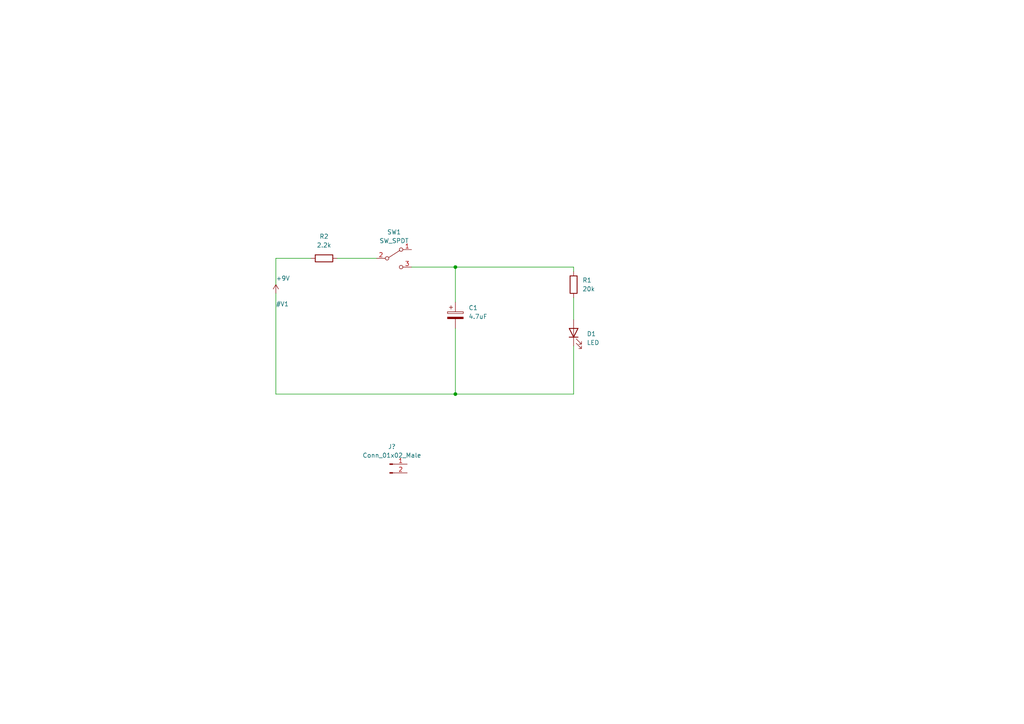
<source format=kicad_sch>
(kicad_sch (version 20211123) (generator eeschema)
  (paper "A4")
  (lib_symbols
    (symbol "Connector:Conn_01x02_Male" (pin_names (offset 1.016) hide)
      (property "Reference" "J" (at 0 2.54 0))
      (property "Value" "Conn_01x02_Male" (at 0 -5.08 0))
      (symbol "Conn_01x02_Male_1_1"
        (polyline (pts (xy 1.27 -2.54) (xy 0.8636 -2.54)) (stroke (width 0.1524)))
        (polyline (pts (xy 1.27 0) (xy 0.8636 0)) (stroke (width 0.1524)))
        (rectangle (start 0.8636 -2.413) (end 0 -2.667) (stroke (width 0.1524)) (fill (type outline)))
        (rectangle (start 0.8636 0.127) (end 0 -0.127) (stroke (width 0.1524)) (fill (type outline)))
        (pin passive line (at 5.08 0 180) (length 3.81) (name "Pin_1") (number "1"))
        (pin passive line (at 5.08 -2.54 180) (length 3.81) (name "Pin_2") (number "2"))
      )
    )
    (symbol "Device:C_Polarized" (pin_numbers hide) (pin_names (offset 0.254))
      (property "Reference" "C" (at 0.635 2.54 0))
      (property "Value" "C_Polarized" (at 0.635 -2.54 0))
      (symbol "C_Polarized_0_1"
        (rectangle (start -2.286 0.508) (end 2.286 1.016))
        (polyline (pts (xy -1.778 2.286) (xy -0.762 2.286)))
        (polyline (pts (xy -1.27 2.794) (xy -1.27 1.778)))
        (rectangle (start 2.286 -0.508) (end -2.286 -1.016) (fill (type outline)))
      )
      (symbol "C_Polarized_1_1"
        (pin passive line (at 0 3.81 270) (length 2.794) (name "~") (number "1"))
        (pin passive line (at 0 -3.81 90) (length 2.794) (name "~") (number "2"))
      )
    )
    (symbol "Device:LED" (pin_numbers hide) (pin_names (offset 1.016) hide)
      (property "Reference" "D" (at 0 2.54 0))
      (property "Value" "LED" (at 0 -2.54 0))
      (symbol "LED_0_1"
        (polyline (pts (xy -1.27 -1.27) (xy -1.27 1.27)) (stroke (width 0.254)))
        (polyline (pts (xy -1.27 0) (xy 1.27 0)))
        (polyline (pts (xy 1.27 -1.27) (xy 1.27 1.27) (xy -1.27 0) (xy 1.27 -1.27)) (stroke (width 0.254)))
        (polyline (pts (xy -3.048 -0.762) (xy -4.572 -2.286) (xy -3.81 -2.286) (xy -4.572 -2.286) (xy -4.572 -1.524)))
        (polyline (pts (xy -1.778 -0.762) (xy -3.302 -2.286) (xy -2.54 -2.286) (xy -3.302 -2.286) (xy -3.302 -1.524)))
      )
      (symbol "LED_1_1"
        (pin passive line (at -3.81 0 0) (length 2.54) (name "K") (number "1"))
        (pin passive line (at 3.81 0 180) (length 2.54) (name "A") (number "2"))
      )
    )
    (symbol "Device:R" (pin_numbers hide) (pin_names (offset 0))
      (property "Reference" "R" (at 2.032 0 90))
      (property "Value" "R" (at 0 0 90))
      (symbol "R_0_1"
        (rectangle (start -1.016 -2.54) (end 1.016 2.54) (stroke (width 0.254)))
      )
      (symbol "R_1_1"
        (pin passive line (at 0 3.81 270) (length 1.27) (name "~") (number "1"))
        (pin passive line (at 0 -3.81 90) (length 1.27) (name "~") (number "2"))
      )
    )
    (symbol "Switch:SW_SPDT" (pin_names (offset 0) hide)
      (property "Reference" "SW" (at 0 4.318 0))
      (property "Value" "SW_SPDT" (at 0 -5.08 0))
      (symbol "SW_SPDT_0_0"
        (circle (center -2.032 0) (radius 0.508))
        (circle (center 2.032 -2.54) (radius 0.508))
      )
      (symbol "SW_SPDT_0_1"
        (polyline (pts (xy -1.524 0.254) (xy 1.651 2.286)))
        (circle (center 2.032 2.54) (radius 0.508))
      )
      (symbol "SW_SPDT_1_1"
        (pin passive line (at 5.08 2.54 180) (length 2.54) (name "A") (number "1"))
        (pin passive line (at -5.08 0 0) (length 2.54) (name "B") (number "2"))
        (pin passive line (at 5.08 -2.54 180) (length 2.54) (name "C") (number "3"))
      )
    )
    (symbol "power:+9V" (power) (pin_names (offset 0))
      (property "Value" "+9V" (at 0 3.556 0))
      (symbol "+9V_0_1"
        (polyline (pts (xy -0.762 1.27) (xy 0 2.54)))
        (polyline (pts (xy 0 0) (xy 0 2.54)))
        (polyline (pts (xy 0 2.54) (xy 0.762 1.27)))
      )
      (symbol "+9V_1_1"
        (pin power_in line (at 0 0 90) (length 0) hide (name "+9V") (number "1"))
      )
    )
  )
  (junction (at 132.08 77.47))
  (junction (at 132.08 114.3))
  (wire (pts (xy 80.01 74.93) (xy 90.17 74.93)))
  (wire (pts (xy 166.37 86.36) (xy 166.37 92.71)))
  (wire (pts (xy 119.38 77.47) (xy 132.08 77.47)))
  (wire (pts (xy 80.01 82.55) (xy 80.01 74.93)))
  (wire (pts (xy 166.37 78.74) (xy 166.37 77.47)))
  (wire (pts (xy 97.79 74.93) (xy 109.22 74.93)))
  (wire (pts (xy 132.08 77.47) (xy 166.37 77.47)))
  (wire (pts (xy 132.08 114.3) (xy 166.37 114.3)))
  (wire (pts (xy 132.08 95.25) (xy 132.08 114.3)))
  (wire (pts (xy 132.08 77.47) (xy 132.08 87.63)))
  (wire (pts (xy 80.01 114.3) (xy 80.01 85.09)))
  (wire (pts (xy 166.37 100.33) (xy 166.37 114.3)))
  (wire (pts (xy 132.08 114.3) (xy 80.01 114.3)))
  (symbol (lib_id "Device:R") (at 166.37 82.55 0) (unit 1)
    (property "Reference" "R1" (at 168.91 81.2799 0) (effects (justify left)))
    (property "Value" "20k" (at 168.91 83.8199 0) (effects (justify left)))
  )
  (symbol (lib_id "Device:R") (at 93.98 74.93 90) (unit 1)
    (property "Reference" "R2" (at 93.98 68.58 90))
    (property "Value" "2.2k" (at 93.98 71.12 90))
  )
  (symbol (lib_id "Connector:Conn_01x02_Male") (at 113.03 134.62 0) (unit 1)
    (property "Reference" "J?" (at 113.665 129.54 0))
    (property "Value" "Conn_01x02_Male" (at 113.665 132.08 0))
  )
  (symbol (lib_id "Switch:SW_SPDT") (at 114.3 74.93 0) (unit 1)
    (property "Reference" "SW1" (at 114.3 67.31 0))
    (property "Value" "SW_SPDT" (at 114.3 69.85 0))
  )
  (symbol (lib_id "power:+9V") (at 80.01 85.09 0) (unit 1)
    (property "Reference" "V1" (at 80.01 88.9 0) (effects (justify left bottom)))
    (property "Value" "+9V" (at 80.01 80.01 0) (effects (justify left top)))
  )
  (symbol (lib_id "Device:C_Polarized") (at 132.08 91.44 0) (unit 1)
    (property "Reference" "C1" (at 135.89 89.2809 0) (effects (justify left)))
    (property "Value" "4.7uF" (at 135.89 91.8209 0) (effects (justify left)))
  )
  (symbol (lib_id "Device:LED") (at 166.37 96.52 90) (unit 1)
    (property "Reference" "D1" (at 170.18 96.8374 90) (effects (justify right)))
    (property "Value" "LED" (at 170.18 99.3774 90) (effects (justify right)))
  )
)
</source>
